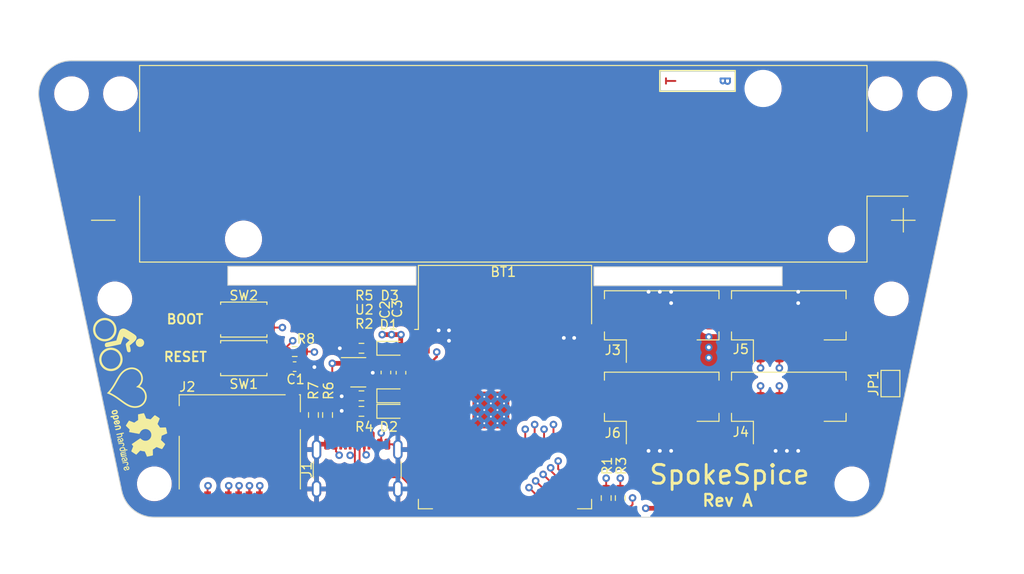
<source format=kicad_pcb>
(kicad_pcb (version 20221018) (generator pcbnew)
  (title_block (date "2024-01-13") (rev "A"))
  (layers (0 "F.Cu" signal) (1 "In1.Cu" signal) (2 "In2.Cu" signal) (31 "B.Cu" signal) (34 "B.Paste" user) (35 "F.Paste" user) (36 "B.SilkS" user "B.Silkscreen") (37 "F.SilkS" user "F.Silkscreen") (38 "B.Mask" user) (39 "F.Mask" user) (44 "Edge.Cuts" user))
  (net 0 "")
  (net 1 "/~{MCU_RESET}")
  (net 2 "GND")
  (net 3 "+3V3")
  (net 4 "Net-(D3-K)")
  (net 5 "/LED2")
  (net 6 "/LED1")
  (net 7 "/D+")
  (net 8 "/D-")
  (net 9 "/HAL_SENSOR_0")
  (net 10 "/LED_STRIPE_0")
  (net 11 "/HAL_SENSOR_2")
  (net 12 "/LED_STRIPE_2")
  (net 13 "/HAL_SENSOR_1")
  (net 14 "/LED_STRIPE_1")
  (net 15 "/HAL_SENSOR_3")
  (net 16 "/LED_STRIPE_3")
  (net 24 "/SD_CD")
  (net 25 "/SD_CLK")
  (net 27 "/SD_CS")
  (net 28 "/SD_MOSI")
  (net 29 "/SD_MISO")
  (net 32 "/IO0")
  (net 40 "VCC")
  (net 44 "VBUS")
  (net 45 "Net-(D1-K)")
  (net 46 "Net-(D2-K)")
  (net 47 "Net-(J1-CC1)")
  (net 48 "Net-(J1-CC2)")
  (footprint "Resistor_SMD:R_0603_1608Metric_Pad0.98x0.95mm_HandSolder" (layer "F.Cu") (at 123.6 100.2875 90)
    (fp_text reference "R6" (at 2.5875 0.1 90) (layer "F.SilkS"))
    (fp_text value "5.1k")
    (pad "1" smd roundrect (at -0.9125 0 90) (size 0.975 0.95) (layers "F.Cu" "F.Paste" "F.Mask") (net 48 "Net-(J1-CC2)"))
    (pad "2" smd roundrect (at 0.9125 0 90) (size 0.975 0.95) (layers "F.Cu" "F.Paste" "F.Mask") (net 2 "GND"))
  )
  (footprint "Fiducial:Fiducial_0.5mm_Mask1mm" (layer "F.Cu") (at 190.4 64.9)
    (fp_text reference "FID3" hide)
    (fp_text value "Fiducial" hide)
    (pad "" smd circle (at 0 0) (size 0.5 0.5) (layers "F.Cu" "F.Mask") (clearance 0.25))
  )
  (footprint "Capacitor_SMD:C_0603_1608Metric_Pad1.08x0.95mm_HandSolder" (layer "F.Cu") (at 120.1 95.15)
    (fp_text reference "C1" (at 0.1 1.35) (layer "F.SilkS"))
    (fp_text value "1uF")
    (pad "1" smd roundrect (at -0.8625 0) (size 1.075 0.95) (layers "F.Cu" "F.Paste" "F.Mask") (net 1 "/~{MCU_RESET}"))
    (pad "2" smd roundrect (at 0.8625 0) (size 1.075 0.95) (layers "F.Cu" "F.Paste" "F.Mask") (net 2 "GND"))
  )
  (footprint "Symbol:OSHW-Logo2_7.3x6mm_SilkScreen" (layer "F.Cu") (at 103.8 102.5 -78)
    (fp_text reference "REF**" hide)
    (fp_text value "OSHW-Logo2_7.3x6mm_SilkScreen" hide)
  )
  (footprint "Connector_JST:JST_PH_B4B-PH-SM4-TB_1x04-1MP_P2.00mm_Vertical" (layer "F.Cu") (at 172.6 91.45)
    (fp_text reference "J5" (at -5.1 1.849999) (layer "F.SilkS"))
    (fp_text value "Conn_01x04")
    (pad "1" smd roundrect (at -3 0.5) (size 1 5.5) (layers "F.Cu" "F.Paste" "F.Mask") (net 14 "/LED_STRIPE_1"))
    (pad "2" smd roundrect (at -1 0.5) (size 1 5.5) (layers "F.Cu" "F.Paste" "F.Mask") (net 13 "/HAL_SENSOR_1"))
    (pad "3" smd roundrect (at 1 0.5) (size 1 5.5) (layers "F.Cu" "F.Paste" "F.Mask") (net 2 "GND"))
    (pad "4" smd roundrect (at 3 0.5) (size 1 5.5) (layers "F.Cu" "F.Paste" "F.Mask") (net 40 "VCC"))
    (pad "MP" smd roundrect (at -5.4 -1.75) (size 1.6 3) (layers "F.Cu" "F.Paste" "F.Mask") (roundrect_rratio 0.15625))
    (pad "MP" smd roundrect (at 5.4 -1.75) (size 1.6 3) (layers "F.Cu" "F.Paste" "F.Mask") (roundrect_rratio 0.15625))
  )
  (footprint "MountingHole:MountingHole_3.2mm_M3" (layer "F.Cu") (at 182.85 66.15)
    (fp_text reference "H7" hide)
    (fp_text value "MountingHole" hide)
    (pad "" np_thru_hole circle (at 0 0) (size 3.2 3.2) (drill 3.2) (layers "*.Cu" "*.Mask"))
  )
  (footprint "Resistor_SMD:R_0603_1608Metric_Pad0.98x0.95mm_HandSolder" (layer "F.Cu") (at 154.7 109.1125 90)
    (fp_text reference "R3" (at 3.4125 0.1 90) (layer "F.SilkS"))
    (fp_text value "10k")
    (pad "1" smd roundrect (at -0.9125 0 90) (size 0.975 0.95) (layers "F.Cu" "F.Paste" "F.Mask") (net 3 "+3V3"))
    (pad "2" smd roundrect (at 0.9125 0 90) (size 0.975 0.95) (layers "F.Cu" "F.Paste" "F.Mask") (net 29 "/SD_MISO"))
  )
  (footprint "MountingHole:MountingHole_3.2mm_M3" (layer "F.Cu") (at 96.4 66.15)
    (fp_text reference "H1" hide)
    (fp_text value "MountingHole" hide)
    (pad "" np_thru_hole circle (at 0 0) (size 3.2 3.2) (drill 3.2) (layers "*.Cu" "*.Mask"))
  )
  (footprint "Resistor_SMD:R_0603_1608Metric_Pad0.98x0.95mm_HandSolder" (layer "F.Cu") (at 127.2 98.25 180)
    (fp_text reference "R2" (at -0.3 7.65) (layer "F.SilkS"))
    (fp_text value "1k")
    (pad "1" smd roundrect (at -0.9125 0 180) (size 0.975 0.95) (layers "F.Cu" "F.Paste" "F.Mask") (net 45 "Net-(D1-K)"))
    (pad "2" smd roundrect (at 0.9125 0 180) (size 0.975 0.95) (layers "F.Cu" "F.Paste" "F.Mask") (net 2 "GND"))
  )
  (footprint "Connector_JST:JST_PH_B4B-PH-SM4-TB_1x04-1MP_P2.00mm_Vertical" (layer "F.Cu") (at 159.1 100.1)
    (fp_text reference "J6" (at -5.199999 2.099999) (layer "F.SilkS"))
    (fp_text value "Conn_01x04")
    (pad "1" smd roundrect (at -3 0.5) (size 1 5.5) (layers "F.Cu" "F.Paste" "F.Mask") (net 16 "/LED_STRIPE_3"))
    (pad "2" smd roundrect (at -1 0.5) (size 1 5.5) (layers "F.Cu" "F.Paste" "F.Mask") (net 15 "/HAL_SENSOR_3"))
    (pad "3" smd roundrect (at 1 0.5) (size 1 5.5) (layers "F.Cu" "F.Paste" "F.Mask") (net 2 "GND"))
    (pad "4" smd roundrect (at 3 0.5) (size 1 5.5) (layers "F.Cu" "F.Paste" "F.Mask") (net 40 "VCC"))
    (pad "MP" smd roundrect (at -5.4 -1.75) (size 1.6 3) (layers "F.Cu" "F.Paste" "F.Mask") (roundrect_rratio 0.15625))
    (pad "MP" smd roundrect (at 5.4 -1.75) (size 1.6 3) (layers "F.Cu" "F.Paste" "F.Mask") (roundrect_rratio 0.15625))
  )
  (footprint "Connector_Card:microSD_HC_Hirose_DM3D-SF" (layer "F.Cu") (at 114.275 103.925)
    (fp_text reference "J2" (at -5.575 -6.625) (layer "F.SilkS"))
    (fp_text value "Micro_SD_Card_Det")
    (pad "1" smd rect (at 3.175 5.35) (size 0.7 1.75) (layers "F.Cu" "F.Paste" "F.Mask"))
    (pad "2" smd rect (at 2.075 5.35) (size 0.7 1.75) (layers "F.Cu" "F.Paste" "F.Mask") (net 27 "/SD_CS"))
    (pad "3" smd rect (at 0.975 5.35) (size 0.7 1.75) (layers "F.Cu" "F.Paste" "F.Mask") (net 28 "/SD_MOSI"))
    (pad "4" smd rect (at -0.125 5.35) (size 0.7 1.75) (layers "F.Cu" "F.Paste" "F.Mask") (net 3 "+3V3"))
    (pad "5" smd rect (at -1.225 5.35) (size 0.7 1.75) (layers "F.Cu" "F.Paste" "F.Mask") (net 25 "/SD_CLK"))
    (pad "6" smd rect (at -2.325 5.35) (size 0.7 1.75) (layers "F.Cu" "F.Paste" "F.Mask") (net 2 "GND"))
    (pad "7" smd rect (at -3.425 5.35) (size 0.7 1.75) (layers "F.Cu" "F.Paste" "F.Mask") (net 29 "/SD_MISO"))
    (pad "8" smd rect (at -4.525 5.35) (size 0.7 1.75) (layers "F.Cu" "F.Paste" "F.Mask"))
    (pad "9" smd rect (at -5.65 -3.875) (size 1.45 1) (layers "F.Cu" "F.Paste" "F.Mask"))
    (pad "10" smd rect (at 5.575 -5.45) (size 1 1.55) (layers "F.Cu" "F.Paste" "F.Mask") (net 24 "/SD_CD"))
    (pad "11" smd rect (at -5.975 -2.375) (size 0.8 1.5) (layers "F.Cu" "F.Paste" "F.Mask") (net 2 "GND"))
    (pad "11" smd rect (at -5.725 5.225) (size 1.3 1.5) (layers "F.Cu" "F.Paste" "F.Mask") (net 2 "GND"))
    (pad "11" smd rect (at 5.625 5.225) (size 1.5 1.5) (layers "F.Cu" "F.Paste" "F.Mask") (net 2 "GND"))
    (pad "11" smd rect (at 5.975 -3.025) (size 0.8 1.4) (layers "F.Cu" "F.Paste" "F.Mask") (net 2 "GND"))
    (zone (net 0) (net_name "") (layer "F.Cu") (connect_pads (clearance 0)) (min_thickness 0.254)
      (keepout (tracks not_allowed) (vias not_allowed) (pads not_allowed) (copperpour not_allowed) (footprints not_allowed))
      (fill (thermal_gap 0.508) (thermal_bridge_width 0.508))
      (polygon (pts (xy 109.35 102.4) (xy 117.85 102.4) (xy 117.85 104.4) (xy 109.35 104.4)))
    )
    (zone (net 0) (net_name "") (layer "F.Cu") (connect_pads (clearance 0)) (min_thickness 0.254)
      (keepout (tracks not_allowed) (vias not_allowed) (pads not_allowed) (copperpour not_allowed) (footprints not_allowed))
      (fill (thermal_gap 0.508) (thermal_bridge_width 0.508))
      (polygon (pts (xy 112.3 100.05) (xy 114.8 100.05) (xy 114.8 98.2) (xy 112.3 98.2)))
    )
  )
  (footprint "LED_SMD:LED_0603_1608Metric_Pad1.05x0.95mm_HandSolder" (layer "F.Cu") (at 130.5 99.9)
    (fp_text reference "D2" (at -0.4 1.65) (layer "F.SilkS"))
    (fp_text value "LED 10 mA green")
    (pad "1" smd roundrect (at -0.875 0) (size 1.05 0.95) (layers "F.Cu" "F.Paste" "F.Mask") (net 46 "Net-(D2-K)"))
    (pad "2" smd roundrect (at 0.875 0) (size 1.05 0.95) (layers "F.Cu" "F.Paste" "F.Mask") (net 6 "/LED1"))
  )
  (footprint "Resistor_SMD:R_0603_1608Metric_Pad0.98x0.95mm_HandSolder" (layer "F.Cu") (at 127.2 93.2 180)
    (fp_text reference "R5" (at -0.3 5.6) (layer "F.SilkS"))
    (fp_text value "1k")
    (pad "1" smd roundrect (at -0.9125 0 180) (size 0.975 0.95) (layers "F.Cu" "F.Paste" "F.Mask") (net 4 "Net-(D3-K)"))
    (pad "2" smd roundrect (at 0.9125 0 180) (size 0.975 0.95) (layers "F.Cu" "F.Paste" "F.Mask") (net 2 "GND"))
  )
  (footprint "Battery:BatteryHolder_Keystone_1042_1x18650" (layer "F.Cu") (at 142.27 73.6 180)
    (fp_text reference "BT1" (at 0 -11.5) (layer "F.SilkS"))
    (fp_text value "Battery_Cell")
    (pad "" np_thru_hole circle (at -35.93 -8 180) (size 2.39 2.39) (drill 2.39) (layers "*.Cu" "*.Mask"))
    (pad "" np_thru_hole circle (at -27.6 8 180) (size 3.45 3.45) (drill 3.45) (layers "*.Cu" "*.Mask"))
    (pad "" np_thru_hole circle (at 27.6 -8 180) (size 3.45 3.45) (drill 3.45) (layers "*.Cu" "*.Mask"))
    (pad "1" smd rect (at -39.33 0 180) (size 7.34 6.35) (layers "F.Cu" "F.Paste" "F.Mask") (net 40 "VCC"))
    (pad "2" smd rect (at 39.33 0 180) (size 7.34 6.35) (layers "F.Cu" "F.Paste" "F.Mask") (net 2 "GND"))
  )
  (footprint "Library:bicycle" (layer "F.Cu") (at 101.481684 92.525827 -78)
    (fp_text reference "REF**" hide)
    (fp_text value "bicycle" hide)
  )
  (footprint "Capacitor_SMD:C_0603_1608Metric_Pad1.08x0.95mm_HandSolder" (layer "F.Cu") (at 129.8 95.774999 -90)
    (fp_text reference "C2" (at -6.674999 0.1 90) (layer "F.SilkS"))
    (fp_text value "10uF")
    (pad "1" smd roundrect (at -0.8625 0 270) (size 1.075 0.95) (layers "F.Cu" "F.Paste" "F.Mask") (net 3 "+3V3"))
    (pad "2" smd roundrect (at 0.8625 0 270) (size 1.075 0.95) (layers "F.Cu" "F.Paste" "F.Mask") (net 2 "GND"))
  )
  (footprint "Button_Switch_SMD:SW_SPST_EVQP2" (layer "F.Cu") (at 114.7 94.25)
    (fp_text reference "SW1" (at 0 2.75) (layer "F.SilkS"))
    (fp_text value "SW_Push")
    (pad "1" smd rect (at -2.575 -0.85) (size 1.45 1) (layers "F.Cu" "F.Paste" "F.Mask") (net 2 "GND"))
    (pad "1" smd rect (at 2.575 -0.85) (size 1.45 1) (layers "F.Cu" "F.Paste" "F.Mask") (net 2 "GND"))
    (pad "2" smd rect (at -2.575 0.85) (size 1.45 1) (layers "F.Cu" "F.Paste" "F.Mask") (net 1 "/~{MCU_RESET}"))
    (pad "2" smd rect (at 2.575 0.85) (size 1.45 1) (layers "F.Cu" "F.Paste" "F.Mask") (net 1 "/~{MCU_RESET}"))
  )
  (footprint "Fiducial:Fiducial_0.5mm_Mask1mm" (layer "F.Cu") (at 103.3 109.6)
    (fp_text reference "FID2" hide)
    (fp_text value "Fiducial" hide)
    (pad "" smd circle (at 0 0) (size 0.5 0.5) (layers "F.Cu" "F.Mask") (clearance 0.25))
  )
  (footprint "Resistor_SMD:R_0603_1608Metric_Pad0.98x0.95mm_HandSolder" (layer "F.Cu") (at 122.1 100.2875 90)
    (fp_text reference "R7" (at 2.5875 0 90) (layer "F.SilkS"))
    (fp_text value "5.1k")
    (pad "1" smd roundrect (at -0.9125 0 90) (size 0.975 0.95) (layers "F.Cu" "F.Paste" "F.Mask") (net 47 "Net-(J1-CC1)"))
    (pad "2" smd roundrect (at 0.9125 0 90) (size 0.975 0.95) (layers "F.Cu" "F.Paste" "F.Mask") (net 2 "GND"))
  )
  (footprint "Resistor_SMD:R_0603_1608Metric_Pad0.98x0.95mm_HandSolder" (layer "F.Cu") (at 120.1125 93.55 180)
    (fp_text reference "R8" (at -1.1875 1.35) (layer "F.SilkS"))
    (fp_text value "10k")
    (pad "1" smd roundrect (at -0.9125 0 180) (size 0.975 0.95) (layers "F.Cu" "F.Paste" "F.Mask") (net 3 "+3V3"))
    (pad "2" smd roundrect (at 0.9125 0 180) (size 0.975 0.95) (layers "F.Cu" "F.Paste" "F.Mask") (net 1 "/~{MCU_RESET}"))
  )
  (footprint "MountingHole:MountingHole_3.2mm_M3" (layer "F.Cu") (at 101.6 66.15)
    (fp_text reference "H8" hide)
    (fp_text value "MountingHole" hide)
    (pad "" np_thru_hole circle (at 0 0) (size 3.2 3.2) (drill 3.2) (layers "*.Cu" "*.Mask"))
  )
  (footprint "MountingHole:MountingHole_3.2mm_M3" (layer "F.Cu") (at 179.3 107.6)
    (fp_text reference "H4" hide)
    (fp_text value "MountingHole" hide)
    (pad "" np_thru_hole circle (at 0 0) (size 3.2 3.2) (drill 3.2) (layers "*.Cu" "*.Mask"))
  )
  (footprint "Fiducial:Fiducial_0.5mm_Mask1mm" (layer "F.Cu") (at 94 64.9)
    (fp_text reference "FID1" hide)
    (fp_text value "Fiducial" hide)
    (pad "" smd circle (at 0 0) (size 0.5 0.5) (layers "F.Cu" "F.Mask") (clearance 0.25))
  )
  (footprint "Connector_JST:JST_PH_B4B-PH-SM4-TB_1x04-1MP_P2.00mm_Vertical" (layer "F.Cu") (at 172.6 100.1)
    (fp_text reference "J4" (at -5.1 2) (layer "F.SilkS"))
    (fp_text value "Conn_01x04")
    (pad "1" smd roundrect (at -3 0.5) (size 1 5.5) (layers "F.Cu" "F.Paste" "F.Mask") (net 12 "/LED_STRIPE_2"))
    (pad "2" smd roundrect (at -1 0.5) (size 1 5.5) (layers "F.Cu" "F.Paste" "F.Mask") (net 11 "/HAL_SENSOR_2"))
    (pad "3" smd roundrect (at 1 0.5) (size 1 5.5) (layers "F.Cu" "F.Paste" "F.Mask") (net 2 "GND"))
    (pad "4" smd roundrect (at 3 0.5) (size 1 5.5) (layers "F.Cu" "F.Paste" "F.Mask") (net 40 "VCC"))
    (pad "MP" smd roundrect (at -5.4 -1.75) (size 1.6 3) (layers "F.Cu" "F.Paste" "F.Mask") (roundrect_rratio 0.15625))
    (pad "MP" smd roundrect (at 5.4 -1.75) (size 1.6 3) (layers "F.Cu" "F.Paste" "F.Mask") (roundrect_rratio 0.15625))
  )
  (footprint "Button_Switch_SMD:SW_SPST_EVQP2" (layer "F.Cu") (at 114.7 90.15)
    (fp_text reference "SW2" (at 0 -2.55 180) (layer "F.SilkS"))
    (fp_text value "SW_Push")
    (pad "1" smd rect (at -2.575 -0.85) (size 1.45 1) (layers "F.Cu" "F.Paste" "F.Mask") (net 2 "GND"))
    (pad "1" smd rect (at 2.575 -0.85) (size 1.45 1) (layers "F.Cu" "F.Paste" "F.Mask") (net 2 "GND"))
    (pad "2" smd rect (at -2.575 0.85) (size 1.45 1) (layers "F.Cu" "F.Paste" "F.Mask") (net 32 "/IO0"))
    (pad "2" smd rect (at 2.575 0.85) (size 1.45 1) (layers "F.Cu" "F.Paste" "F.Mask") (net 32 "/IO0"))
  )
  (footprint "MountingHole:MountingHole_3.2mm_M3" (layer "F.Cu") (at 101 87.95)
    (fp_text reference "H2" hide)
    (fp_text value "MountingHole" hide)
    (pad "" np_thru_hole circle (at 0 0) (size 3.2 3.2) (drill 3.2) (layers "*.Cu" "*.Mask"))
  )
  (footprint "Resistor_SMD:R_0603_1608Metric_Pad0.98x0.95mm_HandSolder" (layer "F.Cu") (at 153.2 109.1125 90)
    (fp_text reference "R1" (at 3.4125 0.1 90) (layer "F.SilkS"))
    (fp_text value "10k")
    (pad "1" smd roundrect (at -0.9125 0 90) (size 0.975 0.95) (layers "F.Cu" "F.Paste" "F.Mask") (net 3 "+3V3"))
    (pad "2" smd roundrect (at 0.9125 0 90) (size 0.975 0.95) (layers "F.Cu" "F.Paste" "F.Mask") (net 27 "/SD_CS"))
  )
  (footprint "LED_SMD:LED_0603_1608Metric_Pad1.05x0.95mm_HandSolder" (layer "F.Cu") (at 130.5 93.2)
    (fp_text reference "D3" (at -0.3 -5.6) (layer "F.SilkS"))
    (fp_text value "LED 10 mA green")
    (pad "1" smd roundrect (at -0.875 0) (size 1.05 0.95) (layers "F.Cu" "F.Paste" "F.Mask") (net 4 "Net-(D3-K)"))
    (pad "2" smd roundrect (at 0.875 0) (size 1.05 0.95) (layers "F.Cu" "F.Paste" "F.Mask") (net 3 "+3V3"))
  )
  (footprint "Package_TO_SOT_SMD:SOT-23-5" (layer "F.Cu") (at 126.8625 95.75)
    (fp_text reference "U2" (at 0.6375 -6.65 180) (layer "F.SilkS"))
    (fp_text value "NCP163ASN330T1G")
    (pad "1" smd roundrect (at -1.1375 -0.95) (size 1.325 0.6) (layers "F.Cu" "F.Paste" "F.Mask") (net 40 "VCC"))
    (pad "2" smd roundrect (at -1.1375 0) (size 1.325 0.6) (layers "F.Cu" "F.Paste" "F.Mask") (net 2 "GND"))
    (pad "3" smd roundrect (at -1.1375 0.95) (size 1.325 0.6) (layers "F.Cu" "F.Paste" "F.Mask") (net 40 "VCC"))
    (pad "4" smd roundrect (at 1.1375 0.95) (size 1.325 0.6) (layers "F.Cu" "F.Paste" "F.Mask"))
    (pad "5" smd roundrect (at 1.1375 -0.95) (size 1.325 0.6) (layers "F.Cu" "F.Paste" "F.Mask") (net 3 "+3V3"))
  )
  (footprint "LED_SMD:LED_0603_1608Metric_Pad1.05x0.95mm_HandSolder" (layer "F.Cu") (at 130.5 98.25)
    (fp_text reference "D1" (at -0.4 -7.55) (layer "F.SilkS"))
    (fp_text value "LED 10 mA green")
    (pad "1" smd roundrect (at -0.875 0) (size 1.05 0.95) (layers "F.Cu" "F.Paste" "F.Mask") (net 45 "Net-(D1-K)"))
    (pad "2" smd roundrect (at 0.875 0) (size 1.05 0.95) (layers "F.Cu" "F.Paste" "F.Mask") (net 5 "/LED2"))
  )
  (footprint "RF_Module:ESP32-S3-WROOM-1" (layer "F.Cu") (at 142.45 97.3)
    (fp_text reference "U1" hide)
    (fp_text value "ESP32-S3-WROOM-1")
    (pad "1" smd rect (at -8.75 -5.26) (size 1.5 0.9) (layers "F.Cu" "F.Paste" "F.Mask") (net 2 "GND"))
    (pad "2" smd rect (at -8.75 -3.99) (size 1.5 0.9) (layers "F.Cu" "F.Paste" "F.Mask") (net 3 "+3V3"))
    (pad "3" smd rect (at -8.75 -2.72) (size 1.5 0.9) (layers "F.Cu" "F.Paste" "F.Mask") (net 1 "/~{MCU_RESET}"))
    (pad "4" smd rect (at -8.75 -1.45) (size 1.5 0.9) (layers "F.Cu" "F.Paste" "F.Mask"))
    (pad "5" smd rect (at -8.75 -0.18) (size 1.5 0.9) (layers "F.Cu" "F.Paste" "F.Mask"))
    (pad "6" smd rect (at -8.75 1.09) (size 1.5 0.9) (layers "F.Cu" "F.Paste" "F.Mask") (net 5 "/LED2"))
    (pad "7" smd rect (at -8.75 2.36) (size 1.5 0.9) (layers "F.Cu" "F.Paste" "F.Mask") (net 6 "/LED1"))
    (pad "8" smd rect (at -8.75 3.63) (size 1.5 0.9) (layers "F.Cu" "F.Paste" "F.Mask"))
    (pad "9" smd rect (at -8.75 4.9) (size 1.5 0.9) (layers "F.Cu" "F.Paste" "F.Mask"))
    (pad "10" smd rect (at -8.75 6.17) (size 1.5 0.9) (layers "F.Cu" "F.Paste" "F.Mask"))
    (pad "11" smd rect (at -8.75 7.44) (size 1.5 0.9) (layers "F.Cu" "F.Paste" "F.Mask"))
    (pad "12" smd rect (at -8.75 8.71) (size 1.5 0.9) (layers "F.Cu" "F.Paste" "F.Mask"))
    (pad "13" smd rect (at -8.75 9.98) (size 1.5 0.9) (layers "F.Cu" "F.Paste" "F.Mask") (net 8 "/D-"))
    (pad "14" smd rect (at -8.75 11.25 180) (size 1.5 0.9) (layers "F.Cu" "F.Paste" "F.Mask") (net 7 "/D+"))
    (pad "15" smd rect (at -6.985 12.5 270) (size 1.5 0.9) (layers "F.Cu" "F.Paste" "F.Mask"))
    (pad "16" smd rect (at -5.715 12.5 270) (size 1.5 0.9) (layers "F.Cu" "F.Paste" "F.Mask"))
    (pad "17" smd rect (at -4.445 12.5 270) (size 1.5 0.9) (layers "F.Cu" "F.Paste" "F.Mask"))
    (pad "18" smd rect (at -3.175 12.5 270) (size 1.5 0.9) (layers "F.Cu" "F.Paste" "F.Mask") (net 14 "/LED_STRIPE_1"))
    (pad "19" smd rect (at -1.905 12.5 270) (size 1.5 0.9) (layers "F.Cu" "F.Paste" "F.Mask") (net 13 "/HAL_SENSOR_1"))
    (pad "20" smd rect (at -0.635 12.5 270) (size 1.5 0.9) (layers "F.Cu" "F.Paste" "F.Mask") (net 11 "/HAL_SENSOR_2"))
    (pad "21" smd rect (at 0.635 12.5 270) (size 1.5 0.9) (layers "F.Cu" "F.Paste" "F.Mask") (net 12 "/LED_STRIPE_2"))
    (pad "22" smd rect (at 1.905 12.5 270) (size 1.5 0.9) (layers "F.Cu" "F.Paste" "F.Mask"))
    (pad "23" smd rect (at 3.175 12.5 270) (size 1.5 0.9) (layers "F.Cu" "F.Paste" "F.Mask") (net 27 "/SD_CS"))
    (pad "24" smd rect (at 4.445 12.5 270) (size 1.5 0.9) (layers "F.Cu" "F.Paste" "F.Mask") (net 28 "/SD_MOSI"))
    (pad "25" smd rect (at 5.715 12.5 270) (size 1.5 0.9) (layers "F.Cu" "F.Paste" "F.Mask") (net 25 "/SD_CLK"))
    (pad "26" smd rect (at 6.985 12.5 270) (size 1.5 0.9) (layers "F.Cu" "F.Paste" "F.Mask") (net 29 "/SD_MISO"))
    (pad "27" smd rect (at 8.75 11.25) (size 1.5 0.9) (layers "F.Cu" "F.Paste" "F.Mask") (net 32 "/IO0"))
    (pad "28" smd rect (at 8.75 9.98) (size 1.5 0.9) (layers "F.Cu" "F.Paste" "F.Mask"))
    (pad "29" smd rect (at 8.75 8.71) (size 1.5 0.9) (layers "F.Cu" "F.Paste" "F.Mask"))
    (pad "30" smd rect (at 8.75 7.44) (size 1.5 0.9) (layers "F.Cu" "F.Paste" "F.Mask"))
    (pad "31" smd rect (at 8.75 6.17) (size 1.5 0.9) (layers "F.Cu" "F.Paste" "F.Mask"))
    (pad "32" smd rect (at 8.75 4.9) (size 1.5 0.9) (layers "F.Cu" "F.Paste" "F.Mask"))
    (pad "33" smd rect (at 8.75 3.63) (size 1.5 0.9) (layers "F.Cu" "F.Paste" "F.Mask"))
    (pad "34" smd rect (at 8.75 2.36) (size 1.5 0.9) (layers "F.Cu" "F.Paste" "F.Mask") (net 16 "/LED_STRIPE_3"))
    (pad "35" smd rect (at 8.75 1.09) (size 1.5 0.9) (layers "F.Cu" "F.Paste" "F.Mask") (net 15 "/HAL_SENSOR_3"))
    (pad "36" smd rect (at 8.75 -0.18) (size 1.5 0.9) (layers "F.Cu" "F.Paste" "F.Mask"))
    (pad "37" smd rect (at 8.75 -1.45) (size 1.5 0.9) (layers "F.Cu" "F.Paste" "F.Mask"))
    (pad "38" smd rect (at 8.75 -2.72) (size 1.5 0.9) (layers "F.Cu" "F.Paste" "F.Mask") (net 9 "/HAL_SENSOR_0"))
    (pad "39" smd rect (at 8.75 -3.99) (size 1.5 0.9) (layers "F.Cu" "F.Paste" "F.Mask") (net 10 "/LED_STRIPE_0"))
    (pad "40" smd rect (at 8.75 -5.26) (size 1.5 0.9) (layers "F.Cu" "F.Paste" "F.Mask") (net 2 "GND"))
    (pad "41" thru_hole circle (at -2.9 1.76 90) (size 0.6 0.6) (drill 0.2) (property pad_prop_heatsink) (layers "*.Cu" "F.Mask") (net 2 "GND"))
    (pad "41" thru_hole circle (at -2.9 3.16) (size 0.6 0.6) (drill 0.2) (property pad_prop_heatsink) (layers "*.Cu" "F.Mask") (net 2 "GND"))
    (pad "41" thru_hole circle (at -2.2 1.06) (size 0.6 0.6) (drill 0.2) (property pad_prop_heatsink) (layers "*.Cu" "F.Mask") (net 2 "GND"))
    (pad "41" thru_hole circle (at -2.2 2.46) (size 0.6 0.6) (drill 0.2) (property pad_prop_heatsink) (layers "*.Cu" "F.Mask") (net 2 "GND"))
    (pad "41" thru_hole circle (at -2.2 3.86) (size 0.6 0.6) (drill 0.2) (property pad_prop_heatsink) (layers "*.Cu" "F.Mask") (net 2 "GND"))
    (pad "41" thru_hole circle (at -1.5 1.76) (size 0.6 0.6) (drill 0.2) (property pad_prop_heatsink) (layers "*.Cu" "F.Mask") (net 2 "GND"))
    (pad "41" smd rect (at -1.5 2.46 270) (size 3.9 3.9) (layers "F.Cu" "F.Mask") (net 2 "GND"))
    (pad "41" thru_hole circle (at -1.5 3.16) (size 0.6 0.6) (drill 0.2) (property pad_prop_heatsink) (layers "*.Cu" "F.Mask") (net 2 "GND"))
    (pad "41" thru_hole circle (at -0.8 1.06) (size 0.6 0.6) (drill 0.2) (property pad_prop_heatsink) (layers "*.Cu" "F.Mask") (net 2 "GND"))
    (pad "41" thru_hole circle (at -0.8 2.46) (size 0.6 0.6) (drill 0.2) (property pad_prop_heatsink) (layers "*.Cu" "F.Mask") (net 2 "GND"))
    (pad "41" thru_hole circle (at -0.8 3.86) (size 0.6 0.6) (drill 0.2) (property pad_prop_heatsink) (layers "*.Cu" "F.Mask") (net 2 "GND"))
    (pad "41" thru_hole circle (at -0.1 1.76) (size 0.6 0.6) (drill 0.2) (property pad_prop_heatsink) (layers "*.Cu" "F.Mask") (net 2 "GND"))
    (pad "41" thru_hole circle (at -0.1 3.16) (size 0.6 0.6) (drill 0.2) (property pad_prop_heatsink) (layers "*.Cu" "F.Mask") (net 2 "GND"))
  )
  (footprint "Jumper:SolderJumper-2_P1.3mm_Open_Pad1.0x1.5mm" (layer "F.Cu") (at 183.4 96.949999 90)
    (fp_text reference "JP1" (at 0 -1.8 90) (layer "F.SilkS"))
    (fp_text value "SolderJumper_2_Open")
    (pad "1" smd rect (at -0.65 0 90) (size 1 1.5) (layers "F.Cu" "F.Mask") (net 44 "VBUS"))
    (pad "2" smd rect (at 0.65 0 90) (size 1 1.5) (layers "F.Cu" "F.Mask") (net 40 "VCC"))
  )
  (footprint "Capacitor_SMD:C_0603_1608Metric_Pad1.08x0.95mm_HandSolder" (layer "F.Cu") (at 131.4 95.8 -90)
    (fp_text reference "C3" (at -6.8 0.4 -270) (layer "F.SilkS"))
    (fp_text value "0.1uF")
    (pad "1" smd roundrect (at -0.8625 0 270) (size 1.075 0.95) (layers "F.Cu" "F.Paste" "F.Mask") (net 3 "+3V3"))
    (pad "2" smd roundrect (at 0.8625 0 270) (size 1.075 0.95) (layers "F.Cu" "F.Paste" "F.Mask") (net 2 "GND"))
  )
  (footprint "Resistor_SMD:R_0603_1608Metric_Pad0.98x0.95mm_HandSolder" (layer "F.Cu") (at 127.2 99.9 180)
    (fp_text reference "R4" (at -0.3 -1.65) (layer "F.SilkS"))
    (fp_text value "1k")
    (pad "1" smd roundrect (at -0.9125 0 180) (size 0.975 0.95) (layers "F.Cu" "F.Paste" "F.Mask") (net 46 "Net-(D2-K)"))
    (pad "2" smd roundrect (at 0.9125 0 180) (size 0.975 0.95) (layers "F.Cu" "F.Paste" "F.Mask") (net 2 "GND"))
  )
  (footprint "MountingHole:MountingHole_3.2mm_M3" (layer "F.Cu") (at 188.1 66.15)
    (fp_text reference "H5" hide)
    (fp_text value "MountingHole" hide)
    (pad "" np_thru_hole circle (at 0 0) (size 3.2 3.2) (drill 3.2) (layers "*.Cu" "*.Mask"))
  )
  (footprint "MountingHole:MountingHole_3.2mm_M3" (layer "F.Cu") (at 105.2 107.6)
    (fp_text reference "H3" hide)
    (fp_text value "MountingHole" hide)
    (pad "" np_thru_hole circle (at 0 0) (size 3.2 3.2) (drill 3.2) (layers "*.Cu" "*.Mask"))
  )
  (footprint "Connector_JST:JST_PH_B4B-PH-SM4-TB_1x04-1MP_P2.00mm_Vertical" (layer "F.Cu") (at 159.1 91.45)
    (fp_text reference "J3" (at -5.199999 1.949999) (layer "F.SilkS"))
    (fp_text value "Conn_01x04")
    (pad "1" smd roundrect (at -3 0.5) (size 1 5.5) (layers "F.Cu" "F.Paste" "F.Mask") (net 10 "/LED_STRIPE_0"))
    (pad "2" smd roundrect (at -1 0.5) (size 1 5.5) (layers "F.Cu" "F.Paste" "F.Mask") (net 9 "/HAL_SENSOR_0"))
    (pad "3" smd roundrect (at 1 0.5) (size 1 5.5) (layers "F.Cu" "F.Paste" "F.Mask") (net 2 "GND"))
    (pad "4" smd roundrect (at 3 0.5) (size 1 5.5) (layers "F.Cu" "F.Paste" "F.Mask") (net 40 "VCC"))
    (pad "MP" smd roundrect (at -5.4 -1.75) (size 1.6 3) (layers "F.Cu" "F.Paste" "F.Mask") (roundrect_rratio 0.15625))
    (pad "MP" smd roundrect (at 5.4 -1.75) (size 1.6 3) (layers "F.Cu" "F.Paste" "F.Mask") (roundrect_rratio 0.15625))
  )
  (footprint "MountingHole:MountingHole_3.2mm_M3" (layer "F.Cu") (at 183.5 87.95)
    (fp_text reference "H6" hide)
    (fp_text value "MountingHole" hide)
    (pad "" np_thru_hole circle (at 0 0) (size 3.2 3.2) (drill 3.2) (layers "*.Cu" "*.Mask"))
  )
  (footprint "Connector_USB:USB_C_Receptacle_GCT_USB4105-xx-A_16P_TopMnt_Horizontal" (layer "F.Cu") (at 126.75 107.07)
    (fp_text reference "J1" (at -5.35 -0.97 90 unlocked) (layer "F.SilkS"))
    (fp_text value "USB_C_Receptacle_USB2.0_14P")
    (pad "" np_thru_hole circle (at -2.89 -2.605) (size 0.65 0.65) (drill 0.65) (layers "F&B.Cu" "*.Mask"))
    (pad "" np_thru_hole circle (at 2.89 -2.605) (size 0.65 0.65) (drill 0.65) (layers "F&B.Cu" "*.Mask"))
    (pad "A1" smd roundrect (at -3.2 -3.68) (size 0.6 1.15) (layers "F.Cu" "F.Paste" "F.Mask") (net 2 "GND"))
    (pad "A4" smd roundrect (at -2.4 -3.68) (size 0.6 1.15) (layers "F.Cu" "F.Paste" "F.Mask") (net 44 "VBUS"))
    (pad "A5" smd roundrect (at -1.25 -3.68) (size 0.3 1.15) (layers "F.Cu" "F.Paste" "F.Mask") (net 47 "Net-(J1-CC1)"))
    (pad "A6" smd roundrect (at -0.25 -3.68) (size 0.3 1.15) (layers "F.Cu" "F.Paste" "F.Mask") (net 7 "/D+"))
    (pad "A7" smd roundrect (at 0.25 -3.68) (size 0.3 1.15) (layers "F.Cu" "F.Paste" "F.Mask") (net 8 "/D-"))
    (pad "A8" smd roundrect (at 1.25 -3.68) (size 0.3 1.15) (layers "F.Cu" "F.Paste" "F.Mask"))
    (pad "A9" smd roundrect (at 2.4 -3.68) (size 0.6 1.15) (layers "F.Cu" "F.Paste" "F.Mask") (net 44 "VBUS"))
    (pad "A12" smd roundrect (at 3.2 -3.68) (size 0.6 1.15) (layers "F.Cu" "F.Paste" "F.Mask") (net 2 "GND"))
    (pad "B1" smd roundrect (at 3.2 -3.68) (size 0.6 1.15) (layers "F.Cu" "F.Paste" "F.Mask") (net 2 "GND"))
    (pad "B4" smd roundrect (at 2.4 -3.68) (size 0.6 1.15) (layers "F.Cu" "F.Paste" "F.Mask") (net 44 "VBUS"))
    (pad "B5" smd roundrect (at 1.75 -3.68) (size 0.3 1.15) (layers "F.Cu" "F.Paste" "F.Mask") (net 48 "Net-(J1-CC2)"))
    (pad "B6" smd roundrect (at 0.75 -3.68) (size 0.3 1.15) (layers "F.Cu" "F.Paste" "F.Mask") (net 7 "/D+"))
    (pad "B7" smd roundrect (at -0.75 -3.68) (size 0.3 1.15) (layers "F.Cu" "F.Paste" "F.Mask") (net 8 "/D-"))
    (pad "B8" smd roundrect (at -1.75 -3.68) (size 0.3 1.15) (layers "F.Cu" "F.Paste" "F.Mask"))
    (pad "B9" smd roundrect (at -2.4 -3.68) (size 0.6 1.15) (layers "F.Cu" "F.Paste" "F.Mask") (net 44 "VBUS"))
    (pad "B12" smd roundrect (at -3.2 -3.68) (size 0.6 1.15) (layers "F.Cu" "F.Paste" "F.Mask") (net 2 "GND"))
    (pad "S1" thru_hole oval (at -4.32 -3.105) (size 1 2.1) (drill oval 0.6 1.7) (layers "*.Cu" "*.Mask" "F.Paste") (net 2 "GND"))
    (pad "S1" thru_hole oval (at -4.32 1.075) (size 1 1.8) (drill oval 0.6 1.4) (layers "*.Cu" "*.Mask" "F.Paste") (net 2 "GND"))
    (pad "S1" thru_hole oval (at 4.32 -3.105) (size 1 2.1) (drill oval 0.6 1.7) (layers "*.Cu" "*.Mask" "F.Paste") (net 2 "GND"))
    (pad "S1" thru_hole oval (at 4.32 1.075) (size 1 1.8) (drill oval 0.6 1.4) (layers "*.Cu" "*.Mask" "F.Paste") (net 2 "GND"))
  )
  (footprint "Library:heart" (layer "F.Cu") (at 102.4 97.5 -78)
    (fp_text reference "REF**" hide)
    (fp_text value "heart" hide)
  )
  (gr_line (start 166.9 65.899995) (end 158.9 65.899996) (stroke (width 0.15)) (layer "F.SilkS"))
  (gr_line (start 158.9 63.699996) (end 166.9 63.699997) (stroke (width 0.15)) (layer "F.SilkS"))
  (gr_line (start 158.9 65.899996) (end 158.9 63.699996) (stroke (width 0.15)) (layer "F.SilkS"))
  (gr_line (start 166.9 63.699997) (end 166.9 65.899995) (stroke (width 0.15)) (layer "F.SilkS"))
  (gr_line (start 182.771199 108.343828) (end 191.524412 66.873467) (stroke (width 0.1)) (layer "Edge.Cuts"))
  (gr_line (start 133 86.5) (end 113 86.5) (stroke (width 0.1)) (layer "Edge.Cuts"))
  (gr_arc (start 188.1 62.65) (mid 190.818652 63.945701) (end 191.524412 66.873467) (stroke (width 0.1)) (layer "Edge.Cuts"))
  (gr_line (start 105.2 111.15) (end 179.3 111.15) (stroke (width 0.1)) (layer "Edge.Cuts"))
  (gr_line (start 171.9 86.55) (end 151.9 86.55) (stroke (width 0.1)) (layer "Edge.Cuts"))
  (gr_line (start 113 84.5) (end 133 84.5) (stroke (width 0.1)) (layer "Edge.Cuts"))
  (gr_arc (start 105.2 111.15) (mid 103.010515 110.394397) (end 101.753076 108.449242) (stroke (width 0.1)) (layer "Edge.Cuts"))
  (gr_arc (start 182.771199 108.343828) (mid 181.531806 110.360715) (end 179.3 111.15) (stroke (width 0.1)) (layer "Edge.Cuts"))
  (gr_line (start 151.9 84.55) (end 171.9 84.55) (stroke (width 0.1)) (layer "Edge.Cuts"))
  (gr_line (start 96.4 62.65) (end 188.1 62.65) (stroke (width 0.1)) (layer "Edge.Cuts"))
  (gr_line (start 133 84.5) (end 133 86.5) (stroke (width 0.1)) (layer "Edge.Cuts"))
  (gr_arc (start 92.977692 66.883352) (mid 93.678169 63.949629) (end 96.4 62.65) (stroke (width 0.1)) (layer "Edge.Cuts"))
  (gr_line (start 101.750001 108.45) (end 92.977692 66.883352) (stroke (width 0.1)) (layer "Edge.Cuts"))
  (gr_line (start 151.9 86.55) (end 151.9 84.55) (stroke (width 0.1)) (layer "Edge.Cuts"))
  (gr_line (start 171.9 84.55) (end 171.9 86.55) (stroke (width 0.1)) (layer "Edge.Cuts"))
  (gr_line (start 113 86.5) (end 113 84.5) (stroke (width 0.1)) (layer "Edge.Cuts"))
  (gr_text "T" (at 160.100001 64.799996 90) (layer "F.Cu") (effects (font (size 1 1) (thickness 0.2))))
  (gr_text "B" (at 165.9 64.799996 90) (layer "B.Cu") (effects (font (size 1 1) (thickness 0.2)) (justify mirror)))
  (gr_text "SpokeSpice" (at 166.3 107.8) (layer "F.SilkS") (effects (font (size 2 2) (thickness 0.3)) (justify bottom)))
  (gr_text "Rev A" (at 166.1 110.1) (layer "F.SilkS") (effects (font (size 1.25 1.25) (thickness 0.25) bold) (justify bottom)))
  (gr_text "RESET" (at 106.1 94.7) (layer "F.SilkS") (effects (font (size 1 1) (thickness 0.2) bold) (justify left bottom)))
  (gr_text "BOOT" (at 106.4 90.7) (layer "F.SilkS") (effects (font (size 1 1) (thickness 0.2) bold) (justify left bottom)))
  (segment (start 119.2375 95.15) (end 119.2375 93.5875) (width 0.2) (layer "F.Cu") (net 1))
  (segment (start 119.2 93.1) (end 119.9 92.4) (width 0.2) (layer "F.Cu") (net 1))
  (segment (start 117.275 95.1) (end 119.1875 95.1) (width 0.2) (layer "F.Cu") (net 1))
  (segment (start 134.72 94.58) (end 133.7 94.58) (width 0.25) (layer "F.Cu") (net 1))
  (segment (start 119.2 93.55) (end 119.2 93.1) (width 0.2) (layer "F.Cu") (net 1))
  (segment (start 135.2 94.1) (end 134.72 94.58) (width 0.25) (layer "F.Cu") (net 1))
  (segment (start 112.125 95.1) (end 117.275 95.1) (width 0.2) (layer "F.Cu") (net 1))
  (segment (start 135.2 93.6) (end 135.2 94.1) (width 0.25) (layer "F.Cu") (net 1))
  (via (at 135.2 93.6) (size 0.8) (drill 0.4) (layers "F.Cu" "B.Cu") (net 1))
  (via (at 119.9 92.4) (size 0.8) (drill 0.4) (layers "F.Cu" "B.Cu") (net 1))
  (segment (start 126.2875 99.9) (end 125.15 99.9) (width 0.2) (layer "F.Cu") (net 2))
  (segment (start 160.1 104.1) (end 160.099999 100.600001) (width 0.5) (layer "F.Cu") (net 2))
  (segment (start 128.9 95.8) (end 129.737499 96.637499) (width 0.2) (layer "F.Cu") (net 2))
  (segment (start 128.9 95.8) (end 128.4 95.8) (width 0.2) (layer "F.Cu") (net 2))
  (segment (start 171.2 104.1) (end 173.6 104.1) (width 0.5) (layer "F.Cu") (net 2))
  (segment (start 130.505 103.4) (end 131.07 103.965) (width 0.2) (layer "F.Cu") (net 2))
  (segment (start 157.7 104.1) (end 158.9 104.1) (width 0.5) (layer "F.Cu") (net 2))
  (segment (start 126.2875 93.2) (end 124.9 93.2) (width 0.2) (layer "F.Cu") (net 2))
  (segment (start 120.9625 95.15) (end 122.15 95.15) (width 0.2) (layer "F.Cu") (net 2))
  (segment (start 160.099999 91.950001) (end 160.1 88.4) (width 0.5) (layer "F.Cu") (net 2))
  (segment (start 125.15 99.9) (end 125.1 99.85) (width 0.2) (layer "F.Cu") (net 2))
  (segment (start 173.6 87.2) (end 173.6 88.4) (width 0.5) (layer "F.Cu") (net 2))
  (segment (start 123.4 103.4) (end 122.995 103.4) (width 0.2) (layer "F.Cu") (net 2))
  (segment (start 130.1 103.4) (end 130.505 103.4) (width 0.2) (layer "F.Cu") (net 2))
  (segment (start 122.995 103.4) (end 122.43 103.965) (width 0.2) (layer "F.Cu") (net 2))
  (segment (start 157.7 87.2) (end 160.1 87.2) (width 0.5) (layer "F.Cu") (net 2))
  (segment (start 173.6 91.950001) (end 173.6 100.6) (width 0.5) (layer "F.Cu") (net 2))
  (segment (start 173.6 104.1) (end 173.6 100.6) (width 0.5) (layer "F.Cu") (net 2))
  (segment (start 131.4 96.6625) (end 129.825001 96.6625) (width 0.2) (layer "F.Cu") (net 2))
  (segment (start 122.15 95.15) (end 122.2 95.2) (width 0.2) (layer "F.Cu") (net 2))
  (segment (start 173.6 91.950001) (end 173.6 88.4) (width 0.5) (layer "F.Cu") (net 2))
  (segment (start 148.76 92.04) (end 148.7 92.1) (width 0.5) (layer "F.Cu") (net 2))
  (segment (start 126.2875 98.25) (end 125.15 98.25) (width 0.2) (layer "F.Cu") (net 2))
  (segment (start 159 104.1) (end 160.1 104.1) (width 0.5) (layer "F.Cu") (net 2))
  (segment (start 160.099999 100.600001) (end 160.099999 91.950001) (width 0.5) (layer "F.Cu") (net 2))
  (segment (start 125.15 98.25) (end 125.1 98.3) (width 0.2) (layer "F.Cu") (net 2))
  (segment (start 160.1 87.2) (end 160.1 88.4) (width 0.5) (layer "F.Cu") (net 2))
  (segment (start 151.2 92.04) (end 148.76 92.04) (width 0.5) (layer "F.Cu") (net 2))
  (via (at 160.1 87.2) (size 0.8) (drill 0.4) (layers "F.Cu" "B.Cu") (net 2))
  (via (at 135.4 91.3) (size 0.8) (drill 0.4) (layers "F.Cu" "B.Cu") (net 2))
  (via (at 173.6 88.4) (size 0.8) (drill 0.4) (layers "F.Cu" "B.Cu") (net 2))
  (via (at 160.1 104.1) (size 0.8) (drill 0.4) (layers "F.Cu" "B.Cu") (net 2))
  (via (at 157.7 87.2) (size 0.8) (drill 0.4) (layers "F.Cu" "B.Cu") (net 2))
  (via (at 173.6 104.1) (size 0.8) (drill 0.4) (layers "F.Cu" "B.Cu") (net 2))
  (via (at 136.5 92.4) (size 0.8) (drill 0.4) (layers "F.Cu" "B.Cu") (net 2))
  (via (at 171.2 104.1) (size 0.8) (drill 0.4) (layers "F.Cu" "B.Cu") (net 2))
  (via (at 160.1 88.4) (size 0.8) (drill 0.4) (layers "F.Cu" "B.Cu") (net 2))
  (via (at 157.7 104.1) (size 0.8) (drill 0.4) (layers "F.Cu" "B.Cu") (net 2))
  (via (at 158.9 87.2) (size 0.8) (drill 0.4) (layers "F.Cu" "B.Cu") (net 2))
  (via (at 136.5 91.3) (size 0.8) (drill 0.4) (layers "F.Cu" "B.Cu") (net 2))
  (via (at 128.4 95.8) (size 0.8) (drill 0.4) (layers "F.Cu" "B.Cu") (net 2))
  (via (at 149.8 92.1) (size 0.8) (drill 0.4) (layers "F.Cu" "B.Cu") (net 2))
  (via (at 172.4 104.1) (size 0.8) (drill 0.4) (layers "F.Cu" "B.Cu") (net 2))
  (via (at 125.1 99.85) (size 0.8) (drill 0.4) (layers "F.Cu" "B.Cu") (net 2))
  (via (at 125.1 98.3) (size 0.8) (drill 0.4) (layers "F.Cu" "B.Cu") (net 2))
  (via (at 124.9 93.2) (size 0.8) (drill 0.4) (layers "F.Cu" "B.Cu") (net 2))
  (via (at 122.2 95.2) (size 0.8) (drill 0.4) (layers "F.Cu" "B.Cu") (net 2))
  (via (at 148.7 92.1) (size 0.8) (drill 0.4) (layers "F.Cu" "B.Cu") (net 2))
  (via (at 158.9 104.1) (size 0.8) (drill 0.4) (layers "F.Cu" "B.Cu") (net 2))
  (via (at 173.6 87.2) (size 0.8) (drill 0.4) (layers "F.Cu" "B.Cu") (net 2))
  (segment (start 122.15 93.55) (end 122.2 93.6) (width 0.2) (layer "F.Cu") (net 3))
  (segment (start 155.775 110.025) (end 156 109.8) (width 0.2) (layer "F.Cu") (net 3))
  (segment (start 114.15 107.85) (end 114.2 107.8) (width 0.2) (layer "F.Cu") (net 3))
  (segment (start 154.7 110.025) (end 155.775 110.025) (width 0.2) (layer "F.Cu") (net 3))
  (segment (start 130.4 91.7505) (end 129.4 91.7505) (width 0.5) (layer "F.Cu") (net 3))
  (segment (start 156 109.8) (end 156 109.1) (width 0.2) (layer "F.Cu") (net 3))
  (segment (start 114.15 109.275) (end 114.15 107.85) (width 0.25) (layer "F.Cu") (net 3))
  (segment (start 121.025 93.55) (end 122.15 93.55) (width 0.2) (layer "F.Cu") (net 3))
  (segment (start 153.2 110.025) (end 154.7 110.025) (width 0.2) (layer "F.Cu") (net 3))
  (segment (start 131.4 91.7505) (end 130.4 91.7505) (width 0.5) (layer "F.Cu") (net 3))
  (segment (start 128 94.8) (end 129.687501 94.8) (width 0.5) (layer "F.Cu") (net 3))
  (segment (start 131.375 91.7755) (end 131.4 91.7505) (width 0.5) (layer "F.Cu") (net 3))
  (segment (start 131.4 94.9375) (end 131.4 93.225) (width 0.5) (layer "F.Cu") (net 3))
  (segment (start 129.8 94.912499) (end 131.374999 94.912499) (width 0.5) (layer "F.Cu") (net 3))
  (segment (start 133.7 93.31) (end 131.485 93.31) (width 0.5) (layer "F.Cu") (net 3))
  (segment (start 131.375 93.2) (end 131.375 91.7755) (width 0.5) (layer "F.Cu") (net 3))
  (via (at 156 109.1) (size 0.8) (drill 0.4) (layers "F.Cu" "B.Cu") (net 3))
  (via (at 131.4 91.7505) (size 0.8) (drill 0.4) (layers "F.Cu" "B.Cu") (net 3))
  (via (at 122.2 93.6) (size 0.8) (drill 0.4) (layers "F.Cu" "B.Cu") (net 3))
  (via (at 130.4 91.7505) (size 0.8) (drill 0.4) (layers "F.Cu" "B.Cu") (net 3))
  (via (at 129.4 91.7505) (size 0.8) (drill 0.4) (layers "F.Cu" "B.Cu") (net 3))
  (via (at 114.2 107.8) (size 0.8) (drill 0.4) (layers "F.Cu" "B.Cu") (net 3))
  (segment (start 128.1125 93.2) (end 129.625 93.2) (width 0.2) (layer "F.Cu") (net 4))
  (segment (start 132.45 98.25) (end 132.59 98.39) (width 0.2) (layer "F.Cu") (net 5))
  (segment (start 132.59 98.39) (end 133.7 98.39) (width 0.2) (layer "F.Cu") (net 5))
  (segment (start 131.375 98.25) (end 132.45 98.25) (width 0.2) (layer "F.Cu") (net 5))
  (segment (start 132.4 99.9) (end 131.375 99.9) (width 0.2) (layer "F.Cu") (net 6))
  (segment (start 132.64 99.66) (end 132.4 99.9) (width 0.2) (layer "F.Cu") (net 6))
  (segment (start 133.7 99.66) (end 132.64 99.66) (width 0.2) (layer "F.Cu") (net 6))
  (segment (start 126.5 104.6) (end 126.5 105.9) (width 0.2) (layer "F.Cu") (net 7))
  (segment (start 127.5 104.225) (end 127.5 103.4) (width 0.2) (layer "F.Cu") (net 7))
  (segment (start 127.699139 104.526996) (end 127.699139 104.424139) (width 0.2) (layer "F.Cu") (net 7))
  (segment (start 126.5 103.4) (end 126.5 104.6) (width 0.2) (layer "F.Cu") (net 7))
  (segment (start 133.15 108.55) (end 133.7 108.55) (width 0.2) (layer "F.Cu") (net 7))
  (segment (start 126.5 105.9) (end 127.5 106.9) (width 0.2) (layer "F.Cu") (net 7))
  (segment (start 127.699139 104.424139) (end 127.5 104.225) (width 0.2) (layer "F.Cu") (net 7))
  (segment (start 126 104.574502) (end 126.474502 104.574502) (width 0.2) (layer "F.Cu") (net 7))
  (segment (start 131.5 106.9) (end 133.15 108.55) (width 0.2) (layer "F.Cu") (net 7))
  (segment (start 126.474502 104.574502) (end 126.5 104.6) (width 0.2) (layer "F.Cu") (net 7))
  (segment (start 127.5 106.9) (end 131.5 106.9) (width 0.2) (layer "F.Cu") (net 7))
  (via (at 127.699139 104.526996) (size 0.8) (drill 0.4) (layers "F.Cu" "B.Cu") (net 7))
  (via (at 126 104.574502) (size 0.8) (drill 0.4) (layers "F.Cu" "B.Cu") (net 7))
  (segment (start 127 105.7) (end 127.779657 106.479657) (width 0.2) (layer "F.Cu") (net 8))
  (segment (start 127.779657 106.479657) (end 131.690686 106.479657) (width 0.2) (layer "F.Cu") (net 8))
  (segment (start 131.690686 106.479657) (end 132.491029 107.28) (width 0.2) (layer "F.Cu") (net 8))
  (segment (start 126 103.4) (end 126 102.575) (width 0.2) (layer "F.Cu") (net 8))
  (segment (start 127 102.575) (end 127 105.7) (width 0.2) (layer "F.Cu") (net 8))
  (segment (start 132.491029 107.28) (end 133.7 107.28) (width 0.2) (layer "F.Cu") (net 8))
  (segment (start 126.825 102.4) (end 127 102.575) (width 0.2) (layer "F.Cu") (net 8))
  (segment (start 126.175 102.4) (end 126.825 102.4) (width 0.2) (layer "F.Cu") (net 8))
  (segment (start 126 102.575) (end 126.175 102.4) (width 0.2) (layer "F.Cu") (net 8))
  (segment (start 158.099999 94.800001) (end 158.099999 91.950001) (width 0.2) (layer "F.Cu") (net 9))
  (segment (start 151.2 94.58) (end 152.38 94.58) (width 0.2) (layer "F.Cu") (net 9))
  (segment (start 152.38 94.58) (end 153.3 95.5) (width 0.2) (layer "F.Cu") (net 9))
  (segment (start 153.3 95.5) (end 157.4 95.5) (width 0.2) (layer "F.Cu") (net 9))
  (segment (start 157.4 95.5) (end 158.099999 94.800001) (width 0.2) (layer "F.Cu") (net 9))
  (segment (start 154.74 93.31) (end 156.099999 91.950001) (width 0.2) (layer "F.Cu") (net 10))
  (segment (start 151.2 93.31) (end 154.74 93.31) (width 0.2) (layer "F.Cu") (net 10))
  (segment (start 171.6 100.6) (end 171.6 97.2) (width 0.2) (layer "F.Cu") (net 11))
  (segment (start 146.6 103) (end 146.6 101.8) (width 0.2) (layer "F.Cu") (net 11))
  (segment (start 141.815 109.8) (end 141.815 107.785) (width 0.2) (layer "F.Cu") (net 11))
  (segment (start 141.815 107.785) (end 146.6 103) (width 0.2) (layer "F.Cu") (net 11))
  (via (at 146.6 101.8) (size 0.8) (drill 0.4) (layers "F.Cu" "B.Cu") (net 11))
  (via (at 171.6 97.2) (size 0.8) (drill 0.4) (layers "F.Cu" "B.Cu") (net 11))
  (segment (start 169.6 100.6) (end 169.6 97.2) (width 0.2) (layer "F.Cu") (net 12))
  (segment (start 143.085 107.215) (end 143.085 109.8) (width 0.2) (layer "F.Cu") (net 12))
  (segment (start 147.6 101.3) (end 147.6 102.7) (width 0.2) (layer "F.Cu") (net 12))
  (segment (start 147.6 102.7) (end 143.085 107.215) (width 0.2) (layer "F.Cu") (net 12))
  (via (at 169.6 97.2) (size 0.8) (drill 0.4) (layers "F.Cu" "B.Cu") (net 12))
  (via (at 147.6 101.3) (size 0.8) (drill 0.4) (layers "F.Cu" "B.Cu") (net 12))
  (segment (start 171.6 91.950001) (end 171.6 95.3) (width 0.2) (layer "F.Cu") (net 13))
  (segment (start 145.6 103.3) (end 140.545 108.355) (width 0.2) (layer "F.Cu") (net 13))
  (segment (start 145.6 101.3) (end 145.6 103.3) (width 0.2) (layer "F.Cu") (net 13))
  (segment (start 140.545 108.355) (end 140.545 109.8) (width 0.2) (layer "F.Cu") (net 13))
  (via (at 145.6 101.3) (size 0.8) (drill 0.4) (layers "F.Cu" "B.Cu") (net 13))
  (via (at 171.6 95.3) (size 0.8) (drill 0.4) (layers "F.Cu" "B.Cu") (net 13))
  (segment (start 139.275 108.925) (end 144.6 103.6) (width 0.2) (layer "F.Cu") (net 14))
  (segment (start 144.6 103.6) (end 144.6 101.8) (width 0.2) (layer "F.Cu") (net 14))
  (segment (start 169.6 91.950001) (end 169.6 95.3) (width 0.2) (layer "F.Cu") (net 14))
  (segment (start 139.275 109.8) (end 139.275 108.925) (width 0.2) (layer "F.Cu") (net 14))
  (via (at 169.6 95.3) (size 0.8) (drill 0.4) (layers "F.Cu" "B.Cu") (net 14))
  (via (at 144.6 101.8) (size 0.8) (drill 0.4) (layers "F.Cu" "B.Cu") (net 14))
  (segment (start 152.4 98) (end 152.4 97) (width 0.2) (layer "F.Cu") (net 15))
  (segment (start 151.2 98.39) (end 152.01 98.39) (width 0.2) (layer "F.Cu") (net 15))
  (segment (start 153.3 96.1) (end 157.5 96.1) (width 0.2) (layer "F.Cu") (net 15))
  (segment (start 158.099999 96.699999) (end 158.099999 100.600001) (width 0.2) (layer "F.Cu") (net 15))
  (segment (start 152.01 98.39) (end 152.4 98) (width 0.2) (layer "F.Cu") (net 15))
  (segment (start 152.4 97) (end 153.3 96.1) (width 0.2) (layer "F.Cu") (net 15))
  (segment (start 157.5 96.1) (end 158.099999 96.699999) (width 0.2) (layer "F.Cu") (net 15))
  (segment (start 151.2 99.66) (end 152.36 99.66) (width 0.2) (layer "F.Cu") (net 16))
  (segment (start 152.36 99.66) (end 153.300001 100.600001) (width 0.2) (layer "F.Cu") (net 16))
  (segment (start 153.300001 100.600001) (end 156.099999 100.600001) (width 0.2) (layer "F.Cu") (net 16))
  (segment (start 148.165 108.265) (end 146.5 106.6) (width 0.2) (layer "F.Cu") (net 25))
  (segment (start 113.1 107.8) (end 113.1 109.225) (width 0.25) (layer "F.Cu") (net 25))
  (segment (start 148.165 109.8) (end 148.165 108.265) (width 0.2) (layer "F.Cu") (net 25))
  (via (at 146.5 106.6) (size 0.8) (drill 0.4) (layers "F.Cu" "B.Cu") (net 25))
  (via (at 113.1 107.8) (size 0.8) (drill 0.4) (layers "F.Cu" "B.Cu") (net 25))
  (segment (start 153.2 108.2) (end 153.2 107) (width 0.2) (layer "F.Cu") (net 27))
  (segment (start 145.625 109.8) (end 145.625 108.625) (width 0.2) (layer "F.Cu") (net 27))
  (segment (start 116.4 107.8) (end 116.4 109.225) (width 0.25) (layer "F.Cu") (net 27))
  (segment (start 145.625 108.625) (end 145 108) (width 0.2) (layer "F.Cu") (net 27))
  (via (at 145 108) (size 0.8) (drill 0.4) (layers "F.Cu" "B.Cu") (net 27))
  (via (at 116.4 107.8) (size 0.8) (drill 0.4) (layers "F.Cu" "B.Cu") (net 27))
  (via (at 153.2 107) (size 0.8) (drill 0.4) (layers "F.Cu" "B.Cu") (net 27))
  (segment (start 115.3 107.8) (end 115.3 109.225) (width 0.25) (layer "F.Cu") (net 28))
  (segment (start 146.895 109.8) (end 146.895 108.48149) (width 0.2) (layer "F.Cu") (net 28))
  (segment (start 146.895 108.48149) (end 145.706755 107.293245) (width 0.2) (layer "F.Cu") (net 28))
  (via (at 115.3 107.8) (size 0.8) (drill 0.4) (layers "F.Cu" "B.Cu") (net 28))
  (via (at 145.706755 107.293245) (size 0.8) (drill 0.4) (layers "F.Cu" "B.Cu") (net 28))
  (segment (start 154.7 108.2) (end 154.7 107) (width 0.2) (layer "F.Cu") (net 29))
  (segment (start 110.85 109.275) (end 110.85 107.85) (width 0.2) (layer "F.Cu") (net 29))
  (segment (start 149.435 108.335) (end 147.3 106.2) (width 0.2) (layer "F.Cu") (net 29))
  (segment (start 149.435 109.8) (end 149.435 108.335) (width 0.2) (layer "F.Cu") (net 29))
  (segment (start 147.3 106.2) (end 147.3 105.9) (width 0.2) (layer "F.Cu") (net 29))
  (segment (start 110.85 107.85) (end 110.9 107.8) (width 0.2) (layer "F.Cu") (net 29))
  (via (at 154.7 107) (size 0.8) (drill 0.4) (layers "F.Cu" "B.Cu") (net 29))
  (via (at 110.9 107.8) (size 0.8) (drill 0.4) (layers "F.Cu" "B.Cu") (net 29))
  (via (at 147.3 105.9) (size 0.8) (drill 0.4) (layers "F.Cu" "B.Cu") (net 29))
  (segment (start 150.62 108.55) (end 148.1 106.03) (width 0.2) (layer "F.Cu") (net 32))
  (segment (start 112.125 91) (end 117.275 91) (width 0.2) (layer "F.Cu") (net 32))
  (segment (start 117.275 91) (end 118.8 91) (width 0.2) (layer "F.Cu") (net 32))
  (segment (start 148.1 106.03) (end 148.1 105.1755) (width 0.2) (layer "F.Cu") (net 32))
  (via (at 148.1 105.1755) (size 0.8) (drill 0.4) (layers "F.Cu" "B.Cu") (net 32))
  (via (at 118.8 91) (size 0.8) (drill 0.4) (layers "F.Cu" "B.Cu") (net 32))
  (segment (start 125.725 96.7) (end 124.6 96.7) (width 0.2) (layer "F.Cu") (net 40))
  (segment (start 125.725 94.8) (end 124.1 94.8) (width 0.5) (layer "F.Cu") (net 40))
  (segment (start 124.6 96.7) (end 124.1 96.2) (width 0.2) (layer "F.Cu") (net 40))
  (segment (start 124.1 96.2) (end 124.1 94.8) (width 0.2) (layer "F.Cu") (net 40))
  (via (at 124.1 94.8) (size 0.8) (drill 0.4) (layers "F.Cu" "B.Cu") (net 40))
  (via (at 164.1 92) (size 0.8) (drill 0.4) (layers "F.Cu" "B.Cu") (net 40))
  (via (at 164.1 94.2) (size 0.8) (drill 0.4) (layers "F.Cu" "B.Cu") (net 40))
  (via (at 164.1 93.1) (size 0.8) (drill 0.4) (layers "F.Cu" "B.Cu") (net 40))
  (segment (start 124.5 104.150406) (end 124.5 103.4) (width 0.2) (layer "F.Cu") (net 44))
  (segment (start 124.829983 104.558061) (end 124.829983 104.480389) (width 0.2) (layer "F.Cu") (net 44))
  (segment (start 183.4 101.35) (end 183.4 97.599999) (width 0.5) (layer "F.Cu") (net 44))
  (segment (start 182.2 102.55) (end 183.4 101.35) (width 0.5) (layer "F.Cu") (net 44))
  (segment (start 180.4 110.2) (end 182.2 108.4) (width 0.5) (layer "F.Cu") (net 44))
  (segment (start 157.4 110.2) (end 180.4 110.2) (width 0.5) (layer "F.Cu") (net 44))
  (segment (start 182.2 108.4) (end 182.2 102.55) (width 0.5) (layer "F.Cu") (net 44))
  (segment (start 124.829983 104.480389) (end 124.5 104.150406) (width 0.2) (layer "F.Cu") (net 44))
  (segment (start 129.3 103.4) (end 129.3 102.2005) (width 0.2) (layer "F.Cu") (net 44))
  (via (at 124.829983 104.558061) (size 0.8) (drill 0.4) (layers "F.Cu" "B.Cu") (net 44))
  (via (at 157.4 110.2) (size 0.8) (drill 0.4) (layers "F.Cu" "B.Cu") (net 44))
  (via (at 129.3 102.2005) (size 0.8) (drill 0.4) (layers "F.Cu" "B.Cu") (net 44))
  (segment (start 129.625 98.25) (end 128.1125 98.25) (width 0.2) (layer "F.Cu") (net 45))
  (segment (start 128.1125 99.9) (end 129.625 99.9) (width 0.2) (layer "F.Cu") (net 46))
  (segment (start 125.325 102.4) (end 122.4 102.4) (width 0.2) (layer "F.Cu") (net 47))
  (segment (start 122.4 102.4) (end 122.1 102.1) (width 0.2) (layer "F.Cu") (net 47))
  (segment (start 122.1 102.1) (end 122.1 101.2) (width 0.2) (layer "F.Cu") (net 47))
  (segment (start 125.5 103.4) (end 125.5 102.575) (width 0.2) (layer "F.Cu") (net 47))
  (segment (start 125.5 102.575) (end 125.325 102.4) (width 0.2) (layer "F.Cu") (net 47))
  (segment (start 127.5 101.2) (end 123.6 101.2) (width 0.2) (layer "F.Cu") (net 48))
  (segment (start 128.5 102.2) (end 127.5 101.2) (width 0.2) (layer "F.Cu") (net 48))
  (segment (start 128.5 103.4) (end 128.5 102.2) (width 0.2) (layer "F.Cu") (net 48))
  (zone (net 40) (net_name "VCC") (layer "F.Cu") (connect_pads (clearance 0.5)) (min_thickness 0.25) (fill yes (thermal_gap 0.5) (thermal_bridge_width 0.5))
    (polygon (pts (xy 153.2 84.6) (xy 171.5 84.6) (xy 171.5 57.531108) (xy 194 57.4) (xy 194 107.5) (xy 153.2 107.5)))
  )
  (zone (net 2) (net_name "GND") (layer "F.Cu") (priority 3) (connect_pads (clearance 0.5)) (min_thickness 0.25) (fill yes (thermal_gap 0.5) (thermal_bridge_width 0.5))
    (polygon (pts (xy 91.2 57.5) (xy 145.1 57.5) (xy 145.1 117.2) (xy 91.2 117.2)))
  )
  (zone (net 0) (net_name "") (layers "F.Cu" "In1.Cu" "In2.Cu" "B.Cu") (name "layer check") (connect_pads (clearance 0)) (min_thickness 0.254)
    (keepout (tracks not_allowed) (vias not_allowed) (pads not_allowed) (copperpour not_allowed) (footprints not_allowed))
    (fill (thermal_gap 0.508) (thermal_bridge_width 0.508))
    (polygon (pts (xy 166.8 63.8) (xy 166.8 65.799996) (xy 158.999998 65.799992) (xy 159 63.799996)))
  )
  (zone (net 2) (net_name "GND") (layer "B.Cu") (priority 1) (connect_pads (clearance 0.5)) (min_thickness 0.25) (fill yes (thermal_gap 0.5) (thermal_bridge_width 0.5))
    (polygon (pts (xy 197.6 56.2) (xy 197.6 113.7) (xy 197.3 114) (xy 88.8 114) (xy 88.8 56.2)))
  )
)
</source>
